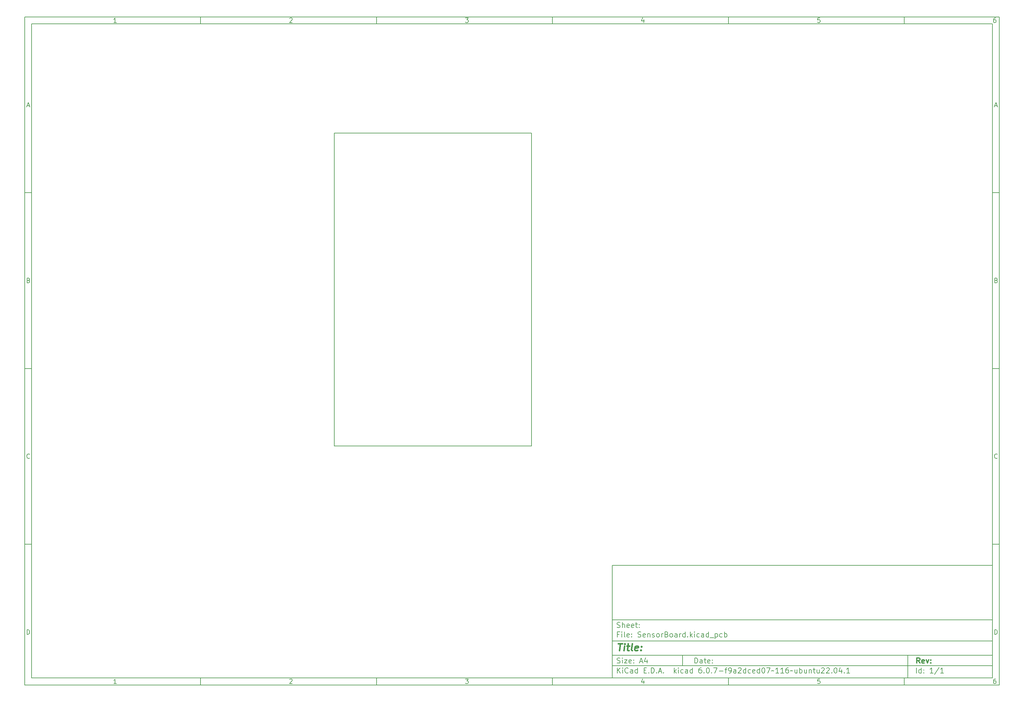
<source format=gbr>
%TF.GenerationSoftware,KiCad,Pcbnew,6.0.7-f9a2dced07~116~ubuntu22.04.1*%
%TF.CreationDate,2022-07-31T23:28:34-04:00*%
%TF.ProjectId,SensorBoard,53656e73-6f72-4426-9f61-72642e6b6963,rev?*%
%TF.SameCoordinates,Original*%
%TF.FileFunction,Legend,Bot*%
%TF.FilePolarity,Positive*%
%FSLAX46Y46*%
G04 Gerber Fmt 4.6, Leading zero omitted, Abs format (unit mm)*
G04 Created by KiCad (PCBNEW 6.0.7-f9a2dced07~116~ubuntu22.04.1) date 2022-07-31 23:28:34*
%MOMM*%
%LPD*%
G01*
G04 APERTURE LIST*
%ADD10C,0.100000*%
%ADD11C,0.150000*%
%ADD12C,0.300000*%
%ADD13C,0.400000*%
%TA.AperFunction,Profile*%
%ADD14C,0.200000*%
%TD*%
G04 APERTURE END LIST*
D10*
D11*
X177002200Y-166007200D02*
X177002200Y-198007200D01*
X285002200Y-198007200D01*
X285002200Y-166007200D01*
X177002200Y-166007200D01*
D10*
D11*
X10000000Y-10000000D02*
X10000000Y-200007200D01*
X287002200Y-200007200D01*
X287002200Y-10000000D01*
X10000000Y-10000000D01*
D10*
D11*
X12000000Y-12000000D02*
X12000000Y-198007200D01*
X285002200Y-198007200D01*
X285002200Y-12000000D01*
X12000000Y-12000000D01*
D10*
D11*
X60000000Y-12000000D02*
X60000000Y-10000000D01*
D10*
D11*
X110000000Y-12000000D02*
X110000000Y-10000000D01*
D10*
D11*
X160000000Y-12000000D02*
X160000000Y-10000000D01*
D10*
D11*
X210000000Y-12000000D02*
X210000000Y-10000000D01*
D10*
D11*
X260000000Y-12000000D02*
X260000000Y-10000000D01*
D10*
D11*
X36065476Y-11588095D02*
X35322619Y-11588095D01*
X35694047Y-11588095D02*
X35694047Y-10288095D01*
X35570238Y-10473809D01*
X35446428Y-10597619D01*
X35322619Y-10659523D01*
D10*
D11*
X85322619Y-10411904D02*
X85384523Y-10350000D01*
X85508333Y-10288095D01*
X85817857Y-10288095D01*
X85941666Y-10350000D01*
X86003571Y-10411904D01*
X86065476Y-10535714D01*
X86065476Y-10659523D01*
X86003571Y-10845238D01*
X85260714Y-11588095D01*
X86065476Y-11588095D01*
D10*
D11*
X135260714Y-10288095D02*
X136065476Y-10288095D01*
X135632142Y-10783333D01*
X135817857Y-10783333D01*
X135941666Y-10845238D01*
X136003571Y-10907142D01*
X136065476Y-11030952D01*
X136065476Y-11340476D01*
X136003571Y-11464285D01*
X135941666Y-11526190D01*
X135817857Y-11588095D01*
X135446428Y-11588095D01*
X135322619Y-11526190D01*
X135260714Y-11464285D01*
D10*
D11*
X185941666Y-10721428D02*
X185941666Y-11588095D01*
X185632142Y-10226190D02*
X185322619Y-11154761D01*
X186127380Y-11154761D01*
D10*
D11*
X236003571Y-10288095D02*
X235384523Y-10288095D01*
X235322619Y-10907142D01*
X235384523Y-10845238D01*
X235508333Y-10783333D01*
X235817857Y-10783333D01*
X235941666Y-10845238D01*
X236003571Y-10907142D01*
X236065476Y-11030952D01*
X236065476Y-11340476D01*
X236003571Y-11464285D01*
X235941666Y-11526190D01*
X235817857Y-11588095D01*
X235508333Y-11588095D01*
X235384523Y-11526190D01*
X235322619Y-11464285D01*
D10*
D11*
X285941666Y-10288095D02*
X285694047Y-10288095D01*
X285570238Y-10350000D01*
X285508333Y-10411904D01*
X285384523Y-10597619D01*
X285322619Y-10845238D01*
X285322619Y-11340476D01*
X285384523Y-11464285D01*
X285446428Y-11526190D01*
X285570238Y-11588095D01*
X285817857Y-11588095D01*
X285941666Y-11526190D01*
X286003571Y-11464285D01*
X286065476Y-11340476D01*
X286065476Y-11030952D01*
X286003571Y-10907142D01*
X285941666Y-10845238D01*
X285817857Y-10783333D01*
X285570238Y-10783333D01*
X285446428Y-10845238D01*
X285384523Y-10907142D01*
X285322619Y-11030952D01*
D10*
D11*
X60000000Y-198007200D02*
X60000000Y-200007200D01*
D10*
D11*
X110000000Y-198007200D02*
X110000000Y-200007200D01*
D10*
D11*
X160000000Y-198007200D02*
X160000000Y-200007200D01*
D10*
D11*
X210000000Y-198007200D02*
X210000000Y-200007200D01*
D10*
D11*
X260000000Y-198007200D02*
X260000000Y-200007200D01*
D10*
D11*
X36065476Y-199595295D02*
X35322619Y-199595295D01*
X35694047Y-199595295D02*
X35694047Y-198295295D01*
X35570238Y-198481009D01*
X35446428Y-198604819D01*
X35322619Y-198666723D01*
D10*
D11*
X85322619Y-198419104D02*
X85384523Y-198357200D01*
X85508333Y-198295295D01*
X85817857Y-198295295D01*
X85941666Y-198357200D01*
X86003571Y-198419104D01*
X86065476Y-198542914D01*
X86065476Y-198666723D01*
X86003571Y-198852438D01*
X85260714Y-199595295D01*
X86065476Y-199595295D01*
D10*
D11*
X135260714Y-198295295D02*
X136065476Y-198295295D01*
X135632142Y-198790533D01*
X135817857Y-198790533D01*
X135941666Y-198852438D01*
X136003571Y-198914342D01*
X136065476Y-199038152D01*
X136065476Y-199347676D01*
X136003571Y-199471485D01*
X135941666Y-199533390D01*
X135817857Y-199595295D01*
X135446428Y-199595295D01*
X135322619Y-199533390D01*
X135260714Y-199471485D01*
D10*
D11*
X185941666Y-198728628D02*
X185941666Y-199595295D01*
X185632142Y-198233390D02*
X185322619Y-199161961D01*
X186127380Y-199161961D01*
D10*
D11*
X236003571Y-198295295D02*
X235384523Y-198295295D01*
X235322619Y-198914342D01*
X235384523Y-198852438D01*
X235508333Y-198790533D01*
X235817857Y-198790533D01*
X235941666Y-198852438D01*
X236003571Y-198914342D01*
X236065476Y-199038152D01*
X236065476Y-199347676D01*
X236003571Y-199471485D01*
X235941666Y-199533390D01*
X235817857Y-199595295D01*
X235508333Y-199595295D01*
X235384523Y-199533390D01*
X235322619Y-199471485D01*
D10*
D11*
X285941666Y-198295295D02*
X285694047Y-198295295D01*
X285570238Y-198357200D01*
X285508333Y-198419104D01*
X285384523Y-198604819D01*
X285322619Y-198852438D01*
X285322619Y-199347676D01*
X285384523Y-199471485D01*
X285446428Y-199533390D01*
X285570238Y-199595295D01*
X285817857Y-199595295D01*
X285941666Y-199533390D01*
X286003571Y-199471485D01*
X286065476Y-199347676D01*
X286065476Y-199038152D01*
X286003571Y-198914342D01*
X285941666Y-198852438D01*
X285817857Y-198790533D01*
X285570238Y-198790533D01*
X285446428Y-198852438D01*
X285384523Y-198914342D01*
X285322619Y-199038152D01*
D10*
D11*
X10000000Y-60000000D02*
X12000000Y-60000000D01*
D10*
D11*
X10000000Y-110000000D02*
X12000000Y-110000000D01*
D10*
D11*
X10000000Y-160000000D02*
X12000000Y-160000000D01*
D10*
D11*
X10690476Y-35216666D02*
X11309523Y-35216666D01*
X10566666Y-35588095D02*
X11000000Y-34288095D01*
X11433333Y-35588095D01*
D10*
D11*
X11092857Y-84907142D02*
X11278571Y-84969047D01*
X11340476Y-85030952D01*
X11402380Y-85154761D01*
X11402380Y-85340476D01*
X11340476Y-85464285D01*
X11278571Y-85526190D01*
X11154761Y-85588095D01*
X10659523Y-85588095D01*
X10659523Y-84288095D01*
X11092857Y-84288095D01*
X11216666Y-84350000D01*
X11278571Y-84411904D01*
X11340476Y-84535714D01*
X11340476Y-84659523D01*
X11278571Y-84783333D01*
X11216666Y-84845238D01*
X11092857Y-84907142D01*
X10659523Y-84907142D01*
D10*
D11*
X11402380Y-135464285D02*
X11340476Y-135526190D01*
X11154761Y-135588095D01*
X11030952Y-135588095D01*
X10845238Y-135526190D01*
X10721428Y-135402380D01*
X10659523Y-135278571D01*
X10597619Y-135030952D01*
X10597619Y-134845238D01*
X10659523Y-134597619D01*
X10721428Y-134473809D01*
X10845238Y-134350000D01*
X11030952Y-134288095D01*
X11154761Y-134288095D01*
X11340476Y-134350000D01*
X11402380Y-134411904D01*
D10*
D11*
X10659523Y-185588095D02*
X10659523Y-184288095D01*
X10969047Y-184288095D01*
X11154761Y-184350000D01*
X11278571Y-184473809D01*
X11340476Y-184597619D01*
X11402380Y-184845238D01*
X11402380Y-185030952D01*
X11340476Y-185278571D01*
X11278571Y-185402380D01*
X11154761Y-185526190D01*
X10969047Y-185588095D01*
X10659523Y-185588095D01*
D10*
D11*
X287002200Y-60000000D02*
X285002200Y-60000000D01*
D10*
D11*
X287002200Y-110000000D02*
X285002200Y-110000000D01*
D10*
D11*
X287002200Y-160000000D02*
X285002200Y-160000000D01*
D10*
D11*
X285692676Y-35216666D02*
X286311723Y-35216666D01*
X285568866Y-35588095D02*
X286002200Y-34288095D01*
X286435533Y-35588095D01*
D10*
D11*
X286095057Y-84907142D02*
X286280771Y-84969047D01*
X286342676Y-85030952D01*
X286404580Y-85154761D01*
X286404580Y-85340476D01*
X286342676Y-85464285D01*
X286280771Y-85526190D01*
X286156961Y-85588095D01*
X285661723Y-85588095D01*
X285661723Y-84288095D01*
X286095057Y-84288095D01*
X286218866Y-84350000D01*
X286280771Y-84411904D01*
X286342676Y-84535714D01*
X286342676Y-84659523D01*
X286280771Y-84783333D01*
X286218866Y-84845238D01*
X286095057Y-84907142D01*
X285661723Y-84907142D01*
D10*
D11*
X286404580Y-135464285D02*
X286342676Y-135526190D01*
X286156961Y-135588095D01*
X286033152Y-135588095D01*
X285847438Y-135526190D01*
X285723628Y-135402380D01*
X285661723Y-135278571D01*
X285599819Y-135030952D01*
X285599819Y-134845238D01*
X285661723Y-134597619D01*
X285723628Y-134473809D01*
X285847438Y-134350000D01*
X286033152Y-134288095D01*
X286156961Y-134288095D01*
X286342676Y-134350000D01*
X286404580Y-134411904D01*
D10*
D11*
X285661723Y-185588095D02*
X285661723Y-184288095D01*
X285971247Y-184288095D01*
X286156961Y-184350000D01*
X286280771Y-184473809D01*
X286342676Y-184597619D01*
X286404580Y-184845238D01*
X286404580Y-185030952D01*
X286342676Y-185278571D01*
X286280771Y-185402380D01*
X286156961Y-185526190D01*
X285971247Y-185588095D01*
X285661723Y-185588095D01*
D10*
D11*
X200434342Y-193785771D02*
X200434342Y-192285771D01*
X200791485Y-192285771D01*
X201005771Y-192357200D01*
X201148628Y-192500057D01*
X201220057Y-192642914D01*
X201291485Y-192928628D01*
X201291485Y-193142914D01*
X201220057Y-193428628D01*
X201148628Y-193571485D01*
X201005771Y-193714342D01*
X200791485Y-193785771D01*
X200434342Y-193785771D01*
X202577200Y-193785771D02*
X202577200Y-193000057D01*
X202505771Y-192857200D01*
X202362914Y-192785771D01*
X202077200Y-192785771D01*
X201934342Y-192857200D01*
X202577200Y-193714342D02*
X202434342Y-193785771D01*
X202077200Y-193785771D01*
X201934342Y-193714342D01*
X201862914Y-193571485D01*
X201862914Y-193428628D01*
X201934342Y-193285771D01*
X202077200Y-193214342D01*
X202434342Y-193214342D01*
X202577200Y-193142914D01*
X203077200Y-192785771D02*
X203648628Y-192785771D01*
X203291485Y-192285771D02*
X203291485Y-193571485D01*
X203362914Y-193714342D01*
X203505771Y-193785771D01*
X203648628Y-193785771D01*
X204720057Y-193714342D02*
X204577200Y-193785771D01*
X204291485Y-193785771D01*
X204148628Y-193714342D01*
X204077200Y-193571485D01*
X204077200Y-193000057D01*
X204148628Y-192857200D01*
X204291485Y-192785771D01*
X204577200Y-192785771D01*
X204720057Y-192857200D01*
X204791485Y-193000057D01*
X204791485Y-193142914D01*
X204077200Y-193285771D01*
X205434342Y-193642914D02*
X205505771Y-193714342D01*
X205434342Y-193785771D01*
X205362914Y-193714342D01*
X205434342Y-193642914D01*
X205434342Y-193785771D01*
X205434342Y-192857200D02*
X205505771Y-192928628D01*
X205434342Y-193000057D01*
X205362914Y-192928628D01*
X205434342Y-192857200D01*
X205434342Y-193000057D01*
D10*
D11*
X177002200Y-194507200D02*
X285002200Y-194507200D01*
D10*
D11*
X178434342Y-196585771D02*
X178434342Y-195085771D01*
X179291485Y-196585771D02*
X178648628Y-195728628D01*
X179291485Y-195085771D02*
X178434342Y-195942914D01*
X179934342Y-196585771D02*
X179934342Y-195585771D01*
X179934342Y-195085771D02*
X179862914Y-195157200D01*
X179934342Y-195228628D01*
X180005771Y-195157200D01*
X179934342Y-195085771D01*
X179934342Y-195228628D01*
X181505771Y-196442914D02*
X181434342Y-196514342D01*
X181220057Y-196585771D01*
X181077200Y-196585771D01*
X180862914Y-196514342D01*
X180720057Y-196371485D01*
X180648628Y-196228628D01*
X180577200Y-195942914D01*
X180577200Y-195728628D01*
X180648628Y-195442914D01*
X180720057Y-195300057D01*
X180862914Y-195157200D01*
X181077200Y-195085771D01*
X181220057Y-195085771D01*
X181434342Y-195157200D01*
X181505771Y-195228628D01*
X182791485Y-196585771D02*
X182791485Y-195800057D01*
X182720057Y-195657200D01*
X182577200Y-195585771D01*
X182291485Y-195585771D01*
X182148628Y-195657200D01*
X182791485Y-196514342D02*
X182648628Y-196585771D01*
X182291485Y-196585771D01*
X182148628Y-196514342D01*
X182077200Y-196371485D01*
X182077200Y-196228628D01*
X182148628Y-196085771D01*
X182291485Y-196014342D01*
X182648628Y-196014342D01*
X182791485Y-195942914D01*
X184148628Y-196585771D02*
X184148628Y-195085771D01*
X184148628Y-196514342D02*
X184005771Y-196585771D01*
X183720057Y-196585771D01*
X183577200Y-196514342D01*
X183505771Y-196442914D01*
X183434342Y-196300057D01*
X183434342Y-195871485D01*
X183505771Y-195728628D01*
X183577200Y-195657200D01*
X183720057Y-195585771D01*
X184005771Y-195585771D01*
X184148628Y-195657200D01*
X186005771Y-195800057D02*
X186505771Y-195800057D01*
X186720057Y-196585771D02*
X186005771Y-196585771D01*
X186005771Y-195085771D01*
X186720057Y-195085771D01*
X187362914Y-196442914D02*
X187434342Y-196514342D01*
X187362914Y-196585771D01*
X187291485Y-196514342D01*
X187362914Y-196442914D01*
X187362914Y-196585771D01*
X188077200Y-196585771D02*
X188077200Y-195085771D01*
X188434342Y-195085771D01*
X188648628Y-195157200D01*
X188791485Y-195300057D01*
X188862914Y-195442914D01*
X188934342Y-195728628D01*
X188934342Y-195942914D01*
X188862914Y-196228628D01*
X188791485Y-196371485D01*
X188648628Y-196514342D01*
X188434342Y-196585771D01*
X188077200Y-196585771D01*
X189577200Y-196442914D02*
X189648628Y-196514342D01*
X189577200Y-196585771D01*
X189505771Y-196514342D01*
X189577200Y-196442914D01*
X189577200Y-196585771D01*
X190220057Y-196157200D02*
X190934342Y-196157200D01*
X190077200Y-196585771D02*
X190577200Y-195085771D01*
X191077200Y-196585771D01*
X191577200Y-196442914D02*
X191648628Y-196514342D01*
X191577200Y-196585771D01*
X191505771Y-196514342D01*
X191577200Y-196442914D01*
X191577200Y-196585771D01*
X194577200Y-196585771D02*
X194577200Y-195085771D01*
X194720057Y-196014342D02*
X195148628Y-196585771D01*
X195148628Y-195585771D02*
X194577200Y-196157200D01*
X195791485Y-196585771D02*
X195791485Y-195585771D01*
X195791485Y-195085771D02*
X195720057Y-195157200D01*
X195791485Y-195228628D01*
X195862914Y-195157200D01*
X195791485Y-195085771D01*
X195791485Y-195228628D01*
X197148628Y-196514342D02*
X197005771Y-196585771D01*
X196720057Y-196585771D01*
X196577200Y-196514342D01*
X196505771Y-196442914D01*
X196434342Y-196300057D01*
X196434342Y-195871485D01*
X196505771Y-195728628D01*
X196577200Y-195657200D01*
X196720057Y-195585771D01*
X197005771Y-195585771D01*
X197148628Y-195657200D01*
X198434342Y-196585771D02*
X198434342Y-195800057D01*
X198362914Y-195657200D01*
X198220057Y-195585771D01*
X197934342Y-195585771D01*
X197791485Y-195657200D01*
X198434342Y-196514342D02*
X198291485Y-196585771D01*
X197934342Y-196585771D01*
X197791485Y-196514342D01*
X197720057Y-196371485D01*
X197720057Y-196228628D01*
X197791485Y-196085771D01*
X197934342Y-196014342D01*
X198291485Y-196014342D01*
X198434342Y-195942914D01*
X199791485Y-196585771D02*
X199791485Y-195085771D01*
X199791485Y-196514342D02*
X199648628Y-196585771D01*
X199362914Y-196585771D01*
X199220057Y-196514342D01*
X199148628Y-196442914D01*
X199077200Y-196300057D01*
X199077200Y-195871485D01*
X199148628Y-195728628D01*
X199220057Y-195657200D01*
X199362914Y-195585771D01*
X199648628Y-195585771D01*
X199791485Y-195657200D01*
X202291485Y-195085771D02*
X202005771Y-195085771D01*
X201862914Y-195157200D01*
X201791485Y-195228628D01*
X201648628Y-195442914D01*
X201577200Y-195728628D01*
X201577200Y-196300057D01*
X201648628Y-196442914D01*
X201720057Y-196514342D01*
X201862914Y-196585771D01*
X202148628Y-196585771D01*
X202291485Y-196514342D01*
X202362914Y-196442914D01*
X202434342Y-196300057D01*
X202434342Y-195942914D01*
X202362914Y-195800057D01*
X202291485Y-195728628D01*
X202148628Y-195657200D01*
X201862914Y-195657200D01*
X201720057Y-195728628D01*
X201648628Y-195800057D01*
X201577200Y-195942914D01*
X203077200Y-196442914D02*
X203148628Y-196514342D01*
X203077200Y-196585771D01*
X203005771Y-196514342D01*
X203077200Y-196442914D01*
X203077200Y-196585771D01*
X204077200Y-195085771D02*
X204220057Y-195085771D01*
X204362914Y-195157200D01*
X204434342Y-195228628D01*
X204505771Y-195371485D01*
X204577200Y-195657200D01*
X204577200Y-196014342D01*
X204505771Y-196300057D01*
X204434342Y-196442914D01*
X204362914Y-196514342D01*
X204220057Y-196585771D01*
X204077200Y-196585771D01*
X203934342Y-196514342D01*
X203862914Y-196442914D01*
X203791485Y-196300057D01*
X203720057Y-196014342D01*
X203720057Y-195657200D01*
X203791485Y-195371485D01*
X203862914Y-195228628D01*
X203934342Y-195157200D01*
X204077200Y-195085771D01*
X205220057Y-196442914D02*
X205291485Y-196514342D01*
X205220057Y-196585771D01*
X205148628Y-196514342D01*
X205220057Y-196442914D01*
X205220057Y-196585771D01*
X205791485Y-195085771D02*
X206791485Y-195085771D01*
X206148628Y-196585771D01*
X207362914Y-196014342D02*
X208505771Y-196014342D01*
X209005771Y-195585771D02*
X209577200Y-195585771D01*
X209220057Y-196585771D02*
X209220057Y-195300057D01*
X209291485Y-195157200D01*
X209434342Y-195085771D01*
X209577200Y-195085771D01*
X210148628Y-196585771D02*
X210434342Y-196585771D01*
X210577200Y-196514342D01*
X210648628Y-196442914D01*
X210791485Y-196228628D01*
X210862914Y-195942914D01*
X210862914Y-195371485D01*
X210791485Y-195228628D01*
X210720057Y-195157200D01*
X210577200Y-195085771D01*
X210291485Y-195085771D01*
X210148628Y-195157200D01*
X210077200Y-195228628D01*
X210005771Y-195371485D01*
X210005771Y-195728628D01*
X210077200Y-195871485D01*
X210148628Y-195942914D01*
X210291485Y-196014342D01*
X210577200Y-196014342D01*
X210720057Y-195942914D01*
X210791485Y-195871485D01*
X210862914Y-195728628D01*
X212148628Y-196585771D02*
X212148628Y-195800057D01*
X212077200Y-195657200D01*
X211934342Y-195585771D01*
X211648628Y-195585771D01*
X211505771Y-195657200D01*
X212148628Y-196514342D02*
X212005771Y-196585771D01*
X211648628Y-196585771D01*
X211505771Y-196514342D01*
X211434342Y-196371485D01*
X211434342Y-196228628D01*
X211505771Y-196085771D01*
X211648628Y-196014342D01*
X212005771Y-196014342D01*
X212148628Y-195942914D01*
X212791485Y-195228628D02*
X212862914Y-195157200D01*
X213005771Y-195085771D01*
X213362914Y-195085771D01*
X213505771Y-195157200D01*
X213577200Y-195228628D01*
X213648628Y-195371485D01*
X213648628Y-195514342D01*
X213577200Y-195728628D01*
X212720057Y-196585771D01*
X213648628Y-196585771D01*
X214934342Y-196585771D02*
X214934342Y-195085771D01*
X214934342Y-196514342D02*
X214791485Y-196585771D01*
X214505771Y-196585771D01*
X214362914Y-196514342D01*
X214291485Y-196442914D01*
X214220057Y-196300057D01*
X214220057Y-195871485D01*
X214291485Y-195728628D01*
X214362914Y-195657200D01*
X214505771Y-195585771D01*
X214791485Y-195585771D01*
X214934342Y-195657200D01*
X216291485Y-196514342D02*
X216148628Y-196585771D01*
X215862914Y-196585771D01*
X215720057Y-196514342D01*
X215648628Y-196442914D01*
X215577200Y-196300057D01*
X215577200Y-195871485D01*
X215648628Y-195728628D01*
X215720057Y-195657200D01*
X215862914Y-195585771D01*
X216148628Y-195585771D01*
X216291485Y-195657200D01*
X217505771Y-196514342D02*
X217362914Y-196585771D01*
X217077200Y-196585771D01*
X216934342Y-196514342D01*
X216862914Y-196371485D01*
X216862914Y-195800057D01*
X216934342Y-195657200D01*
X217077200Y-195585771D01*
X217362914Y-195585771D01*
X217505771Y-195657200D01*
X217577200Y-195800057D01*
X217577200Y-195942914D01*
X216862914Y-196085771D01*
X218862914Y-196585771D02*
X218862914Y-195085771D01*
X218862914Y-196514342D02*
X218720057Y-196585771D01*
X218434342Y-196585771D01*
X218291485Y-196514342D01*
X218220057Y-196442914D01*
X218148628Y-196300057D01*
X218148628Y-195871485D01*
X218220057Y-195728628D01*
X218291485Y-195657200D01*
X218434342Y-195585771D01*
X218720057Y-195585771D01*
X218862914Y-195657200D01*
X219862914Y-195085771D02*
X220005771Y-195085771D01*
X220148628Y-195157200D01*
X220220057Y-195228628D01*
X220291485Y-195371485D01*
X220362914Y-195657200D01*
X220362914Y-196014342D01*
X220291485Y-196300057D01*
X220220057Y-196442914D01*
X220148628Y-196514342D01*
X220005771Y-196585771D01*
X219862914Y-196585771D01*
X219720057Y-196514342D01*
X219648628Y-196442914D01*
X219577200Y-196300057D01*
X219505771Y-196014342D01*
X219505771Y-195657200D01*
X219577200Y-195371485D01*
X219648628Y-195228628D01*
X219720057Y-195157200D01*
X219862914Y-195085771D01*
X220862914Y-195085771D02*
X221862914Y-195085771D01*
X221220057Y-196585771D01*
X222220057Y-196014342D02*
X222291485Y-195942914D01*
X222434342Y-195871485D01*
X222720057Y-196014342D01*
X222862914Y-195942914D01*
X222934342Y-195871485D01*
X224291485Y-196585771D02*
X223434342Y-196585771D01*
X223862914Y-196585771D02*
X223862914Y-195085771D01*
X223720057Y-195300057D01*
X223577200Y-195442914D01*
X223434342Y-195514342D01*
X225720057Y-196585771D02*
X224862914Y-196585771D01*
X225291485Y-196585771D02*
X225291485Y-195085771D01*
X225148628Y-195300057D01*
X225005771Y-195442914D01*
X224862914Y-195514342D01*
X227005771Y-195085771D02*
X226720057Y-195085771D01*
X226577200Y-195157200D01*
X226505771Y-195228628D01*
X226362914Y-195442914D01*
X226291485Y-195728628D01*
X226291485Y-196300057D01*
X226362914Y-196442914D01*
X226434342Y-196514342D01*
X226577200Y-196585771D01*
X226862914Y-196585771D01*
X227005771Y-196514342D01*
X227077200Y-196442914D01*
X227148628Y-196300057D01*
X227148628Y-195942914D01*
X227077200Y-195800057D01*
X227005771Y-195728628D01*
X226862914Y-195657200D01*
X226577200Y-195657200D01*
X226434342Y-195728628D01*
X226362914Y-195800057D01*
X226291485Y-195942914D01*
X227577199Y-196014342D02*
X227648628Y-195942914D01*
X227791485Y-195871485D01*
X228077199Y-196014342D01*
X228220057Y-195942914D01*
X228291485Y-195871485D01*
X229505771Y-195585771D02*
X229505771Y-196585771D01*
X228862914Y-195585771D02*
X228862914Y-196371485D01*
X228934342Y-196514342D01*
X229077200Y-196585771D01*
X229291485Y-196585771D01*
X229434342Y-196514342D01*
X229505771Y-196442914D01*
X230220057Y-196585771D02*
X230220057Y-195085771D01*
X230220057Y-195657200D02*
X230362914Y-195585771D01*
X230648628Y-195585771D01*
X230791485Y-195657200D01*
X230862914Y-195728628D01*
X230934342Y-195871485D01*
X230934342Y-196300057D01*
X230862914Y-196442914D01*
X230791485Y-196514342D01*
X230648628Y-196585771D01*
X230362914Y-196585771D01*
X230220057Y-196514342D01*
X232220057Y-195585771D02*
X232220057Y-196585771D01*
X231577200Y-195585771D02*
X231577200Y-196371485D01*
X231648628Y-196514342D01*
X231791485Y-196585771D01*
X232005771Y-196585771D01*
X232148628Y-196514342D01*
X232220057Y-196442914D01*
X232934342Y-195585771D02*
X232934342Y-196585771D01*
X232934342Y-195728628D02*
X233005771Y-195657200D01*
X233148628Y-195585771D01*
X233362914Y-195585771D01*
X233505771Y-195657200D01*
X233577200Y-195800057D01*
X233577200Y-196585771D01*
X234077200Y-195585771D02*
X234648628Y-195585771D01*
X234291485Y-195085771D02*
X234291485Y-196371485D01*
X234362914Y-196514342D01*
X234505771Y-196585771D01*
X234648628Y-196585771D01*
X235791485Y-195585771D02*
X235791485Y-196585771D01*
X235148628Y-195585771D02*
X235148628Y-196371485D01*
X235220057Y-196514342D01*
X235362914Y-196585771D01*
X235577200Y-196585771D01*
X235720057Y-196514342D01*
X235791485Y-196442914D01*
X236434342Y-195228628D02*
X236505771Y-195157200D01*
X236648628Y-195085771D01*
X237005771Y-195085771D01*
X237148628Y-195157200D01*
X237220057Y-195228628D01*
X237291485Y-195371485D01*
X237291485Y-195514342D01*
X237220057Y-195728628D01*
X236362914Y-196585771D01*
X237291485Y-196585771D01*
X237862914Y-195228628D02*
X237934342Y-195157200D01*
X238077200Y-195085771D01*
X238434342Y-195085771D01*
X238577200Y-195157200D01*
X238648628Y-195228628D01*
X238720057Y-195371485D01*
X238720057Y-195514342D01*
X238648628Y-195728628D01*
X237791485Y-196585771D01*
X238720057Y-196585771D01*
X239362914Y-196442914D02*
X239434342Y-196514342D01*
X239362914Y-196585771D01*
X239291485Y-196514342D01*
X239362914Y-196442914D01*
X239362914Y-196585771D01*
X240362914Y-195085771D02*
X240505771Y-195085771D01*
X240648628Y-195157200D01*
X240720057Y-195228628D01*
X240791485Y-195371485D01*
X240862914Y-195657200D01*
X240862914Y-196014342D01*
X240791485Y-196300057D01*
X240720057Y-196442914D01*
X240648628Y-196514342D01*
X240505771Y-196585771D01*
X240362914Y-196585771D01*
X240220057Y-196514342D01*
X240148628Y-196442914D01*
X240077200Y-196300057D01*
X240005771Y-196014342D01*
X240005771Y-195657200D01*
X240077200Y-195371485D01*
X240148628Y-195228628D01*
X240220057Y-195157200D01*
X240362914Y-195085771D01*
X242148628Y-195585771D02*
X242148628Y-196585771D01*
X241791485Y-195014342D02*
X241434342Y-196085771D01*
X242362914Y-196085771D01*
X242934342Y-196442914D02*
X243005771Y-196514342D01*
X242934342Y-196585771D01*
X242862914Y-196514342D01*
X242934342Y-196442914D01*
X242934342Y-196585771D01*
X244434342Y-196585771D02*
X243577199Y-196585771D01*
X244005771Y-196585771D02*
X244005771Y-195085771D01*
X243862914Y-195300057D01*
X243720057Y-195442914D01*
X243577199Y-195514342D01*
D10*
D11*
X177002200Y-191507200D02*
X285002200Y-191507200D01*
D10*
D12*
X264411485Y-193785771D02*
X263911485Y-193071485D01*
X263554342Y-193785771D02*
X263554342Y-192285771D01*
X264125771Y-192285771D01*
X264268628Y-192357200D01*
X264340057Y-192428628D01*
X264411485Y-192571485D01*
X264411485Y-192785771D01*
X264340057Y-192928628D01*
X264268628Y-193000057D01*
X264125771Y-193071485D01*
X263554342Y-193071485D01*
X265625771Y-193714342D02*
X265482914Y-193785771D01*
X265197200Y-193785771D01*
X265054342Y-193714342D01*
X264982914Y-193571485D01*
X264982914Y-193000057D01*
X265054342Y-192857200D01*
X265197200Y-192785771D01*
X265482914Y-192785771D01*
X265625771Y-192857200D01*
X265697200Y-193000057D01*
X265697200Y-193142914D01*
X264982914Y-193285771D01*
X266197200Y-192785771D02*
X266554342Y-193785771D01*
X266911485Y-192785771D01*
X267482914Y-193642914D02*
X267554342Y-193714342D01*
X267482914Y-193785771D01*
X267411485Y-193714342D01*
X267482914Y-193642914D01*
X267482914Y-193785771D01*
X267482914Y-192857200D02*
X267554342Y-192928628D01*
X267482914Y-193000057D01*
X267411485Y-192928628D01*
X267482914Y-192857200D01*
X267482914Y-193000057D01*
D10*
D11*
X178362914Y-193714342D02*
X178577200Y-193785771D01*
X178934342Y-193785771D01*
X179077200Y-193714342D01*
X179148628Y-193642914D01*
X179220057Y-193500057D01*
X179220057Y-193357200D01*
X179148628Y-193214342D01*
X179077200Y-193142914D01*
X178934342Y-193071485D01*
X178648628Y-193000057D01*
X178505771Y-192928628D01*
X178434342Y-192857200D01*
X178362914Y-192714342D01*
X178362914Y-192571485D01*
X178434342Y-192428628D01*
X178505771Y-192357200D01*
X178648628Y-192285771D01*
X179005771Y-192285771D01*
X179220057Y-192357200D01*
X179862914Y-193785771D02*
X179862914Y-192785771D01*
X179862914Y-192285771D02*
X179791485Y-192357200D01*
X179862914Y-192428628D01*
X179934342Y-192357200D01*
X179862914Y-192285771D01*
X179862914Y-192428628D01*
X180434342Y-192785771D02*
X181220057Y-192785771D01*
X180434342Y-193785771D01*
X181220057Y-193785771D01*
X182362914Y-193714342D02*
X182220057Y-193785771D01*
X181934342Y-193785771D01*
X181791485Y-193714342D01*
X181720057Y-193571485D01*
X181720057Y-193000057D01*
X181791485Y-192857200D01*
X181934342Y-192785771D01*
X182220057Y-192785771D01*
X182362914Y-192857200D01*
X182434342Y-193000057D01*
X182434342Y-193142914D01*
X181720057Y-193285771D01*
X183077200Y-193642914D02*
X183148628Y-193714342D01*
X183077200Y-193785771D01*
X183005771Y-193714342D01*
X183077200Y-193642914D01*
X183077200Y-193785771D01*
X183077200Y-192857200D02*
X183148628Y-192928628D01*
X183077200Y-193000057D01*
X183005771Y-192928628D01*
X183077200Y-192857200D01*
X183077200Y-193000057D01*
X184862914Y-193357200D02*
X185577200Y-193357200D01*
X184720057Y-193785771D02*
X185220057Y-192285771D01*
X185720057Y-193785771D01*
X186862914Y-192785771D02*
X186862914Y-193785771D01*
X186505771Y-192214342D02*
X186148628Y-193285771D01*
X187077200Y-193285771D01*
D10*
D11*
X263434342Y-196585771D02*
X263434342Y-195085771D01*
X264791485Y-196585771D02*
X264791485Y-195085771D01*
X264791485Y-196514342D02*
X264648628Y-196585771D01*
X264362914Y-196585771D01*
X264220057Y-196514342D01*
X264148628Y-196442914D01*
X264077200Y-196300057D01*
X264077200Y-195871485D01*
X264148628Y-195728628D01*
X264220057Y-195657200D01*
X264362914Y-195585771D01*
X264648628Y-195585771D01*
X264791485Y-195657200D01*
X265505771Y-196442914D02*
X265577200Y-196514342D01*
X265505771Y-196585771D01*
X265434342Y-196514342D01*
X265505771Y-196442914D01*
X265505771Y-196585771D01*
X265505771Y-195657200D02*
X265577200Y-195728628D01*
X265505771Y-195800057D01*
X265434342Y-195728628D01*
X265505771Y-195657200D01*
X265505771Y-195800057D01*
X268148628Y-196585771D02*
X267291485Y-196585771D01*
X267720057Y-196585771D02*
X267720057Y-195085771D01*
X267577200Y-195300057D01*
X267434342Y-195442914D01*
X267291485Y-195514342D01*
X269862914Y-195014342D02*
X268577200Y-196942914D01*
X271148628Y-196585771D02*
X270291485Y-196585771D01*
X270720057Y-196585771D02*
X270720057Y-195085771D01*
X270577200Y-195300057D01*
X270434342Y-195442914D01*
X270291485Y-195514342D01*
D10*
D11*
X177002200Y-187507200D02*
X285002200Y-187507200D01*
D10*
D13*
X178714580Y-188211961D02*
X179857438Y-188211961D01*
X179036009Y-190211961D02*
X179286009Y-188211961D01*
X180274104Y-190211961D02*
X180440771Y-188878628D01*
X180524104Y-188211961D02*
X180416961Y-188307200D01*
X180500295Y-188402438D01*
X180607438Y-188307200D01*
X180524104Y-188211961D01*
X180500295Y-188402438D01*
X181107438Y-188878628D02*
X181869342Y-188878628D01*
X181476485Y-188211961D02*
X181262200Y-189926247D01*
X181333628Y-190116723D01*
X181512200Y-190211961D01*
X181702676Y-190211961D01*
X182655057Y-190211961D02*
X182476485Y-190116723D01*
X182405057Y-189926247D01*
X182619342Y-188211961D01*
X184190771Y-190116723D02*
X183988390Y-190211961D01*
X183607438Y-190211961D01*
X183428866Y-190116723D01*
X183357438Y-189926247D01*
X183452676Y-189164342D01*
X183571723Y-188973866D01*
X183774104Y-188878628D01*
X184155057Y-188878628D01*
X184333628Y-188973866D01*
X184405057Y-189164342D01*
X184381247Y-189354819D01*
X183405057Y-189545295D01*
X185155057Y-190021485D02*
X185238390Y-190116723D01*
X185131247Y-190211961D01*
X185047914Y-190116723D01*
X185155057Y-190021485D01*
X185131247Y-190211961D01*
X185286009Y-188973866D02*
X185369342Y-189069104D01*
X185262200Y-189164342D01*
X185178866Y-189069104D01*
X185286009Y-188973866D01*
X185262200Y-189164342D01*
D10*
D11*
X178934342Y-185600057D02*
X178434342Y-185600057D01*
X178434342Y-186385771D02*
X178434342Y-184885771D01*
X179148628Y-184885771D01*
X179720057Y-186385771D02*
X179720057Y-185385771D01*
X179720057Y-184885771D02*
X179648628Y-184957200D01*
X179720057Y-185028628D01*
X179791485Y-184957200D01*
X179720057Y-184885771D01*
X179720057Y-185028628D01*
X180648628Y-186385771D02*
X180505771Y-186314342D01*
X180434342Y-186171485D01*
X180434342Y-184885771D01*
X181791485Y-186314342D02*
X181648628Y-186385771D01*
X181362914Y-186385771D01*
X181220057Y-186314342D01*
X181148628Y-186171485D01*
X181148628Y-185600057D01*
X181220057Y-185457200D01*
X181362914Y-185385771D01*
X181648628Y-185385771D01*
X181791485Y-185457200D01*
X181862914Y-185600057D01*
X181862914Y-185742914D01*
X181148628Y-185885771D01*
X182505771Y-186242914D02*
X182577200Y-186314342D01*
X182505771Y-186385771D01*
X182434342Y-186314342D01*
X182505771Y-186242914D01*
X182505771Y-186385771D01*
X182505771Y-185457200D02*
X182577200Y-185528628D01*
X182505771Y-185600057D01*
X182434342Y-185528628D01*
X182505771Y-185457200D01*
X182505771Y-185600057D01*
X184291485Y-186314342D02*
X184505771Y-186385771D01*
X184862914Y-186385771D01*
X185005771Y-186314342D01*
X185077200Y-186242914D01*
X185148628Y-186100057D01*
X185148628Y-185957200D01*
X185077200Y-185814342D01*
X185005771Y-185742914D01*
X184862914Y-185671485D01*
X184577200Y-185600057D01*
X184434342Y-185528628D01*
X184362914Y-185457200D01*
X184291485Y-185314342D01*
X184291485Y-185171485D01*
X184362914Y-185028628D01*
X184434342Y-184957200D01*
X184577200Y-184885771D01*
X184934342Y-184885771D01*
X185148628Y-184957200D01*
X186362914Y-186314342D02*
X186220057Y-186385771D01*
X185934342Y-186385771D01*
X185791485Y-186314342D01*
X185720057Y-186171485D01*
X185720057Y-185600057D01*
X185791485Y-185457200D01*
X185934342Y-185385771D01*
X186220057Y-185385771D01*
X186362914Y-185457200D01*
X186434342Y-185600057D01*
X186434342Y-185742914D01*
X185720057Y-185885771D01*
X187077200Y-185385771D02*
X187077200Y-186385771D01*
X187077200Y-185528628D02*
X187148628Y-185457200D01*
X187291485Y-185385771D01*
X187505771Y-185385771D01*
X187648628Y-185457200D01*
X187720057Y-185600057D01*
X187720057Y-186385771D01*
X188362914Y-186314342D02*
X188505771Y-186385771D01*
X188791485Y-186385771D01*
X188934342Y-186314342D01*
X189005771Y-186171485D01*
X189005771Y-186100057D01*
X188934342Y-185957200D01*
X188791485Y-185885771D01*
X188577200Y-185885771D01*
X188434342Y-185814342D01*
X188362914Y-185671485D01*
X188362914Y-185600057D01*
X188434342Y-185457200D01*
X188577200Y-185385771D01*
X188791485Y-185385771D01*
X188934342Y-185457200D01*
X189862914Y-186385771D02*
X189720057Y-186314342D01*
X189648628Y-186242914D01*
X189577200Y-186100057D01*
X189577200Y-185671485D01*
X189648628Y-185528628D01*
X189720057Y-185457200D01*
X189862914Y-185385771D01*
X190077200Y-185385771D01*
X190220057Y-185457200D01*
X190291485Y-185528628D01*
X190362914Y-185671485D01*
X190362914Y-186100057D01*
X190291485Y-186242914D01*
X190220057Y-186314342D01*
X190077200Y-186385771D01*
X189862914Y-186385771D01*
X191005771Y-186385771D02*
X191005771Y-185385771D01*
X191005771Y-185671485D02*
X191077200Y-185528628D01*
X191148628Y-185457200D01*
X191291485Y-185385771D01*
X191434342Y-185385771D01*
X192434342Y-185600057D02*
X192648628Y-185671485D01*
X192720057Y-185742914D01*
X192791485Y-185885771D01*
X192791485Y-186100057D01*
X192720057Y-186242914D01*
X192648628Y-186314342D01*
X192505771Y-186385771D01*
X191934342Y-186385771D01*
X191934342Y-184885771D01*
X192434342Y-184885771D01*
X192577200Y-184957200D01*
X192648628Y-185028628D01*
X192720057Y-185171485D01*
X192720057Y-185314342D01*
X192648628Y-185457200D01*
X192577200Y-185528628D01*
X192434342Y-185600057D01*
X191934342Y-185600057D01*
X193648628Y-186385771D02*
X193505771Y-186314342D01*
X193434342Y-186242914D01*
X193362914Y-186100057D01*
X193362914Y-185671485D01*
X193434342Y-185528628D01*
X193505771Y-185457200D01*
X193648628Y-185385771D01*
X193862914Y-185385771D01*
X194005771Y-185457200D01*
X194077200Y-185528628D01*
X194148628Y-185671485D01*
X194148628Y-186100057D01*
X194077200Y-186242914D01*
X194005771Y-186314342D01*
X193862914Y-186385771D01*
X193648628Y-186385771D01*
X195434342Y-186385771D02*
X195434342Y-185600057D01*
X195362914Y-185457200D01*
X195220057Y-185385771D01*
X194934342Y-185385771D01*
X194791485Y-185457200D01*
X195434342Y-186314342D02*
X195291485Y-186385771D01*
X194934342Y-186385771D01*
X194791485Y-186314342D01*
X194720057Y-186171485D01*
X194720057Y-186028628D01*
X194791485Y-185885771D01*
X194934342Y-185814342D01*
X195291485Y-185814342D01*
X195434342Y-185742914D01*
X196148628Y-186385771D02*
X196148628Y-185385771D01*
X196148628Y-185671485D02*
X196220057Y-185528628D01*
X196291485Y-185457200D01*
X196434342Y-185385771D01*
X196577200Y-185385771D01*
X197720057Y-186385771D02*
X197720057Y-184885771D01*
X197720057Y-186314342D02*
X197577200Y-186385771D01*
X197291485Y-186385771D01*
X197148628Y-186314342D01*
X197077200Y-186242914D01*
X197005771Y-186100057D01*
X197005771Y-185671485D01*
X197077200Y-185528628D01*
X197148628Y-185457200D01*
X197291485Y-185385771D01*
X197577200Y-185385771D01*
X197720057Y-185457200D01*
X198434342Y-186242914D02*
X198505771Y-186314342D01*
X198434342Y-186385771D01*
X198362914Y-186314342D01*
X198434342Y-186242914D01*
X198434342Y-186385771D01*
X199148628Y-186385771D02*
X199148628Y-184885771D01*
X199291485Y-185814342D02*
X199720057Y-186385771D01*
X199720057Y-185385771D02*
X199148628Y-185957200D01*
X200362914Y-186385771D02*
X200362914Y-185385771D01*
X200362914Y-184885771D02*
X200291485Y-184957200D01*
X200362914Y-185028628D01*
X200434342Y-184957200D01*
X200362914Y-184885771D01*
X200362914Y-185028628D01*
X201720057Y-186314342D02*
X201577200Y-186385771D01*
X201291485Y-186385771D01*
X201148628Y-186314342D01*
X201077200Y-186242914D01*
X201005771Y-186100057D01*
X201005771Y-185671485D01*
X201077200Y-185528628D01*
X201148628Y-185457200D01*
X201291485Y-185385771D01*
X201577200Y-185385771D01*
X201720057Y-185457200D01*
X203005771Y-186385771D02*
X203005771Y-185600057D01*
X202934342Y-185457200D01*
X202791485Y-185385771D01*
X202505771Y-185385771D01*
X202362914Y-185457200D01*
X203005771Y-186314342D02*
X202862914Y-186385771D01*
X202505771Y-186385771D01*
X202362914Y-186314342D01*
X202291485Y-186171485D01*
X202291485Y-186028628D01*
X202362914Y-185885771D01*
X202505771Y-185814342D01*
X202862914Y-185814342D01*
X203005771Y-185742914D01*
X204362914Y-186385771D02*
X204362914Y-184885771D01*
X204362914Y-186314342D02*
X204220057Y-186385771D01*
X203934342Y-186385771D01*
X203791485Y-186314342D01*
X203720057Y-186242914D01*
X203648628Y-186100057D01*
X203648628Y-185671485D01*
X203720057Y-185528628D01*
X203791485Y-185457200D01*
X203934342Y-185385771D01*
X204220057Y-185385771D01*
X204362914Y-185457200D01*
X204720057Y-186528628D02*
X205862914Y-186528628D01*
X206220057Y-185385771D02*
X206220057Y-186885771D01*
X206220057Y-185457200D02*
X206362914Y-185385771D01*
X206648628Y-185385771D01*
X206791485Y-185457200D01*
X206862914Y-185528628D01*
X206934342Y-185671485D01*
X206934342Y-186100057D01*
X206862914Y-186242914D01*
X206791485Y-186314342D01*
X206648628Y-186385771D01*
X206362914Y-186385771D01*
X206220057Y-186314342D01*
X208220057Y-186314342D02*
X208077200Y-186385771D01*
X207791485Y-186385771D01*
X207648628Y-186314342D01*
X207577200Y-186242914D01*
X207505771Y-186100057D01*
X207505771Y-185671485D01*
X207577200Y-185528628D01*
X207648628Y-185457200D01*
X207791485Y-185385771D01*
X208077200Y-185385771D01*
X208220057Y-185457200D01*
X208862914Y-186385771D02*
X208862914Y-184885771D01*
X208862914Y-185457200D02*
X209005771Y-185385771D01*
X209291485Y-185385771D01*
X209434342Y-185457200D01*
X209505771Y-185528628D01*
X209577200Y-185671485D01*
X209577200Y-186100057D01*
X209505771Y-186242914D01*
X209434342Y-186314342D01*
X209291485Y-186385771D01*
X209005771Y-186385771D01*
X208862914Y-186314342D01*
D10*
D11*
X177002200Y-181507200D02*
X285002200Y-181507200D01*
D10*
D11*
X178362914Y-183614342D02*
X178577200Y-183685771D01*
X178934342Y-183685771D01*
X179077200Y-183614342D01*
X179148628Y-183542914D01*
X179220057Y-183400057D01*
X179220057Y-183257200D01*
X179148628Y-183114342D01*
X179077200Y-183042914D01*
X178934342Y-182971485D01*
X178648628Y-182900057D01*
X178505771Y-182828628D01*
X178434342Y-182757200D01*
X178362914Y-182614342D01*
X178362914Y-182471485D01*
X178434342Y-182328628D01*
X178505771Y-182257200D01*
X178648628Y-182185771D01*
X179005771Y-182185771D01*
X179220057Y-182257200D01*
X179862914Y-183685771D02*
X179862914Y-182185771D01*
X180505771Y-183685771D02*
X180505771Y-182900057D01*
X180434342Y-182757200D01*
X180291485Y-182685771D01*
X180077200Y-182685771D01*
X179934342Y-182757200D01*
X179862914Y-182828628D01*
X181791485Y-183614342D02*
X181648628Y-183685771D01*
X181362914Y-183685771D01*
X181220057Y-183614342D01*
X181148628Y-183471485D01*
X181148628Y-182900057D01*
X181220057Y-182757200D01*
X181362914Y-182685771D01*
X181648628Y-182685771D01*
X181791485Y-182757200D01*
X181862914Y-182900057D01*
X181862914Y-183042914D01*
X181148628Y-183185771D01*
X183077200Y-183614342D02*
X182934342Y-183685771D01*
X182648628Y-183685771D01*
X182505771Y-183614342D01*
X182434342Y-183471485D01*
X182434342Y-182900057D01*
X182505771Y-182757200D01*
X182648628Y-182685771D01*
X182934342Y-182685771D01*
X183077200Y-182757200D01*
X183148628Y-182900057D01*
X183148628Y-183042914D01*
X182434342Y-183185771D01*
X183577200Y-182685771D02*
X184148628Y-182685771D01*
X183791485Y-182185771D02*
X183791485Y-183471485D01*
X183862914Y-183614342D01*
X184005771Y-183685771D01*
X184148628Y-183685771D01*
X184648628Y-183542914D02*
X184720057Y-183614342D01*
X184648628Y-183685771D01*
X184577200Y-183614342D01*
X184648628Y-183542914D01*
X184648628Y-183685771D01*
X184648628Y-182757200D02*
X184720057Y-182828628D01*
X184648628Y-182900057D01*
X184577200Y-182828628D01*
X184648628Y-182757200D01*
X184648628Y-182900057D01*
D10*
D12*
D10*
D11*
D10*
D11*
D10*
D11*
D10*
D11*
D10*
D11*
X197002200Y-191507200D02*
X197002200Y-194507200D01*
D10*
D11*
X261002200Y-191507200D02*
X261002200Y-198007200D01*
D14*
X154000000Y-132000000D02*
X98000000Y-132000000D01*
X98000000Y-132000000D02*
X98000000Y-43000000D01*
X98000000Y-43000000D02*
X154000000Y-43000000D01*
X154000000Y-43000000D02*
X154000000Y-132000000D01*
M02*

</source>
